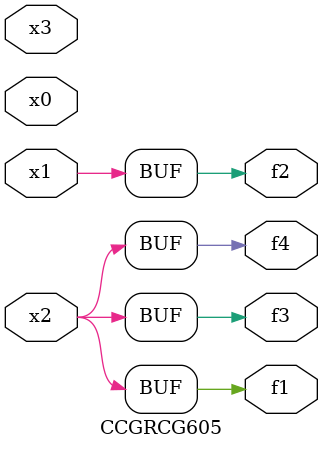
<source format=v>
module CCGRCG605(
	input x0, x1, x2, x3,
	output f1, f2, f3, f4
);
	assign f1 = x2;
	assign f2 = x1;
	assign f3 = x2;
	assign f4 = x2;
endmodule

</source>
